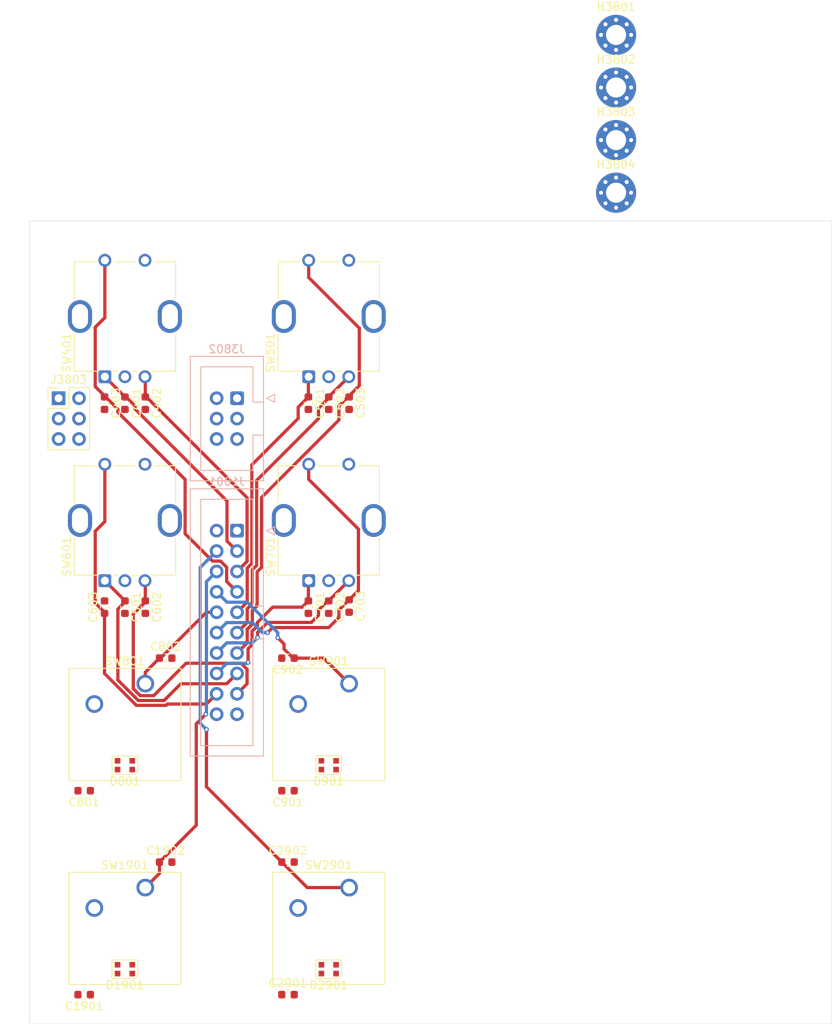
<source format=kicad_pcb>
(kicad_pcb (version 20241229) (generator "pcbnew") (generator_version "9.0")
  (layers (0 "F.Cu" signal) (2 "B.Cu" signal) (13 "F.Paste" user) (15 "B.Paste" user) (5 "F.SilkS" user "F.Silkscreen") (7 "B.SilkS" user "B.Silkscreen") (1 "F.Mask" user) (3 "B.Mask" user) (25 "Edge.Cuts" user))
  (net 0 "")
  (net 1 "GND")
  (net 2 "/encoder4button4/0_GPA0")
  (net 3 "/encoder4button4/0_GPB0")
  (net 4 "/encoder4button4/0_GPA4")
  (net 5 "/encoder4button4/0_GPA1")
  (net 6 "/encoder4button4/0_GPB1")
  (net 7 "/encoder4button4/0_GPA5")
  (net 8 "/encoder4button4/0_GPA2")
  (net 9 "/encoder4button4/0_GPB2")
  (net 10 "/encoder4button4/0_GPA6")
  (net 11 "/encoder4button4/0_GPA3")
  (net 12 "/encoder4button4/0_GPB3")
  (net 13 "/encoder4button4/0_GPA7")
  (net 14 "/encoder4button4/LED_5V")
  (net 15 "/encoder4button4/0_GPB4")
  (net 16 "/encoder4button4/0_GPB5")
  (net 17 "/encoder4button4/0_GPB6")
  (net 18 "/encoder4button4/0_GPB7")
  (net 19 "/encoder4button4/button0/DOUT")
  (net 20 "/encoder4button4/LED_RING_DOUT")
  (net 21 "/encoder4button4/button1/DOUT")
  (net 22 "/encoder4button4/button2/DOUT")
  (net 23 "/encoder4button4/LED_DOUT")
  (net 24 "/encoder4button4/LED_DIN")
  (footprint "Capacitor_SMD:C_0603_1608Metric" (layer "F.Cu") (at 88.9 99.695 -90)
    (property "Reference" "C401" (at 0 -1.43 90) (layer "F.SilkS"))
    (property "Value" "100n")
    (pad "1" smd roundrect (at -0.775 0 270) (size 0.9 0.95) (layers "F.Cu" "F.Mask" "F.Paste") (net 2 "/encoder4button4/0_GPA0"))
    (pad "2" smd roundrect (at 0.775 0 270) (size 0.9 0.95) (layers "F.Cu" "F.Mask" "F.Paste") (net 1 "GND"))
  )
  (footprint "Button_Switch_Keyboard:SW_Cherry_MX_1.00u_PCB" (layer "F.Cu") (at 116.84 134.62)
    (property "Reference" "SW901" (at -2.54 -2.794 0) (layer "F.SilkS"))
    (property "Value" "SW_Push")
    (pad "" np_thru_hole circle (at -7.62 5.08) (size 1.7 1.7) (drill 1.7) (layers "*.Cu" "*.Mask"))
    (pad "" np_thru_hole circle (at -2.54 5.08) (size 4 4) (drill 4) (layers "*.Cu" "*.Mask"))
    (pad "" np_thru_hole circle (at 2.54 5.08) (size 1.7 1.7) (drill 1.7) (layers "*.Cu" "*.Mask"))
    (pad "1" thru_hole circle (at 0 0) (size 2.2 2.2) (drill 1.5) (layers "*.Cu" "*.Mask") (net 16 "/encoder4button4/0_GPB5"))
    (pad "2" thru_hole circle (at -6.35 2.54) (size 2.2 2.2) (drill 1.5) (layers "*.Cu" "*.Mask") (net 1 "GND"))
  )
  (footprint "Capacitor_SMD:C_0603_1608Metric" (layer "F.Cu") (at 109.22 156.845)
    (property "Reference" "C2902" (at 0 -1.43 0) (layer "F.SilkS"))
    (property "Value" "100n")
    (pad "1" smd roundrect (at -0.775 0) (size 0.9 0.95) (layers "F.Cu" "F.Mask" "F.Paste") (net 18 "/encoder4button4/0_GPB7"))
    (pad "2" smd roundrect (at 0.775 0) (size 0.9 0.95) (layers "F.Cu" "F.Mask" "F.Paste") (net 1 "GND"))
  )
  (footprint "Capacitor_SMD:C_0603_1608Metric" (layer "F.Cu") (at 86.36 99.695 -90)
    (property "Reference" "C403" (at 0 -1.43 90) (layer "F.SilkS"))
    (property "Value" "100n")
    (pad "1" smd roundrect (at -0.775 0 270) (size 0.9 0.95) (layers "F.Cu" "F.Mask" "F.Paste") (net 8 "/encoder4button4/0_GPA2"))
    (pad "2" smd roundrect (at 0.775 0 270) (size 0.9 0.95) (layers "F.Cu" "F.Mask" "F.Paste") (net 1 "GND"))
  )
  (footprint "MountingHole:MountingHole_2.5mm_Pad_Via" (layer "F.Cu") (at 150.105 60.38)
    (property "Reference" "H3802" (at 0 -3.5 0) (layer "F.SilkS"))
    (property "Value" "MountingHole_Pad")
    (pad "1" thru_hole circle (at -1.875 0) (size 0.8 0.8) (drill 0.5) (layers "*.Cu" "*.Mask") (net 1 "GND"))
    (pad "1" thru_hole circle (at -1.325825 -1.325825) (size 0.8 0.8) (drill 0.5) (layers "*.Cu" "*.Mask") (net 1 "GND"))
    (pad "1" thru_hole circle (at -1.325825 1.325825) (size 0.8 0.8) (drill 0.5) (layers "*.Cu" "*.Mask") (net 1 "GND"))
    (pad "1" thru_hole circle (at 0 -1.875) (size 0.8 0.8) (drill 0.5) (layers "*.Cu" "*.Mask") (net 1 "GND"))
    (pad "1" thru_hole circle (at 0 0) (size 5 5) (drill 2.5) (layers "*.Cu" "*.Mask") (net 1 "GND"))
    (pad "1" thru_hole circle (at 0 1.875) (size 0.8 0.8) (drill 0.5) (layers "*.Cu" "*.Mask") (net 1 "GND"))
    (pad "1" thru_hole circle (at 1.325825 -1.325825) (size 0.8 0.8) (drill 0.5) (layers "*.Cu" "*.Mask") (net 1 "GND"))
    (pad "1" thru_hole circle (at 1.325825 1.325825) (size 0.8 0.8) (drill 0.5) (layers "*.Cu" "*.Mask") (net 1 "GND"))
    (pad "1" thru_hole circle (at 1.875 0) (size 0.8 0.8) (drill 0.5) (layers "*.Cu" "*.Mask") (net 1 "GND"))
  )
  (footprint "LED_SMD:LED_WS2812B-2020_PLCC4_2.0x2.0mm" (layer "F.Cu") (at 88.9 144.78 180)
    (property "Reference" "D801" (at 0 -2 0) (layer "F.SilkS"))
    (property "Value" "WS2812B-2020")
    (pad "1" smd rect (at -0.915 -0.55 180) (size 0.7 0.7) (layers "F.Cu" "F.Mask" "F.Paste") (net 19 "/encoder4button4/button0/DOUT"))
    (pad "2" smd rect (at -0.915 0.55 180) (size 0.7 0.7) (layers "F.Cu" "F.Mask" "F.Paste") (net 1 "GND"))
    (pad "3" smd rect (at 0.915 0.55 180) (size 0.7 0.7) (layers "F.Cu" "F.Mask" "F.Paste") (net 20 "/encoder4button4/LED_RING_DOUT"))
    (pad "4" smd rect (at 0.915 -0.55 180) (size 0.7 0.7) (layers "F.Cu" "F.Mask" "F.Paste") (net 14 "/encoder4button4/LED_5V"))
  )
  (footprint "Connector_PinHeader_2.54mm:PinHeader_2x03_P2.54mm_Vertical" (layer "F.Cu") (at 80.64 99.075)
    (property "Reference" "J3803" (at 1.27 -2.33 0) (layer "F.SilkS"))
    (property "Value" "Conn_02x03_Odd_Even")
    (pad "1" thru_hole rect (at 0 0) (size 1.7 1.7) (drill 1) (layers "*.Cu" "*.Mask") (net 1 "GND"))
    (pad "2" thru_hole oval (at 2.54 0) (size 1.7 1.7) (drill 1) (layers "*.Cu" "*.Mask") (net 1 "GND"))
    (pad "3" thru_hole oval (at 0 2.54) (size 1.7 1.7) (drill 1) (layers "*.Cu" "*.Mask") (net 24 "/encoder4button4/LED_DIN"))
    (pad "4" thru_hole oval (at 2.54 2.54) (size 1.7 1.7) (drill 1) (layers "*.Cu" "*.Mask") (net 20 "/encoder4button4/LED_RING_DOUT"))
    (pad "5" thru_hole oval (at 0 5.08) (size 1.7 1.7) (drill 1) (layers "*.Cu" "*.Mask") (net 14 "/encoder4button4/LED_5V"))
    (pad "6" thru_hole oval (at 2.54 5.08) (size 1.7 1.7) (drill 1) (layers "*.Cu" "*.Mask") (net 14 "/encoder4button4/LED_5V"))
  )
  (footprint "Rotary_Encoder:RotaryEncoder_Bourns_Vertical_PEC12R-3x17F-Sxxxx" (layer "F.Cu") (at 111.8 121.8 90)
    (property "Reference" "SW701" (at 3 -4.75 90) (layer "F.SilkS"))
    (property "Value" "RotaryEncoder_Switch")
    (pad "A" thru_hole roundrect (at 0 0 90) (size 1.6 1.6) (drill 1) (layers "*.Cu" "*.Mask") (roundrect_rratio 0.15625) (net 6 "/encoder4button4/0_GPB1"))
    (pad "B" thru_hole circle (at 0 5 90) (size 1.6 1.6) (drill 1) (layers "*.Cu" "*.Mask") (net 9 "/encoder4button4/0_GPB2"))
    (pad "C" thru_hole circle (at 0 2.5 90) (size 1.6 1.6) (drill 1) (layers "*.Cu" "*.Mask") (net 1 "GND"))
    (pad "S1" thru_hole circle (at 14.5 0 90) (size 1.6 1.6) (drill 1) (layers "*.Cu" "*.Mask") (net 12 "/encoder4button4/0_GPB3"))
    (pad "S2" thru_hole circle (at 14.5 5 90) (size 1.6 1.6) (drill 1) (layers "*.Cu" "*.Mask") (net 1 "GND"))
    (pad "SH" thru_hole oval (at 7.5 -3.1 90) (size 4.1 3) (drill oval 3.1 2) (layers "*.Cu" "*.Mask"))
    (pad "SH" thru_hole oval (at 7.5 8.1 90) (size 4.1 3) (drill oval 3.1 2) (layers "*.Cu" "*.Mask"))
  )
  (footprint "Button_Switch_Keyboard:SW_Cherry_MX_1.00u_PCB" (layer "F.Cu") (at 91.44 160.02)
    (property "Reference" "SW1901" (at -2.54 -2.794 0) (layer "F.SilkS"))
    (property "Value" "SW_Push")
    (pad "" np_thru_hole circle (at -7.62 5.08) (size 1.7 1.7) (drill 1.7) (layers "*.Cu" "*.Mask"))
    (pad "" np_thru_hole circle (at -2.54 5.08) (size 4 4) (drill 4) (layers "*.Cu" "*.Mask"))
    (pad "" np_thru_hole circle (at 2.54 5.08) (size 1.7 1.7) (drill 1.7) (layers "*.Cu" "*.Mask"))
    (pad "1" thru_hole circle (at 0 0) (size 2.2 2.2) (drill 1.5) (layers "*.Cu" "*.Mask") (net 17 "/encoder4button4/0_GPB6"))
    (pad "2" thru_hole circle (at -6.35 2.54) (size 2.2 2.2) (drill 1.5) (layers "*.Cu" "*.Mask") (net 1 "GND"))
  )
  (footprint "Capacitor_SMD:C_0603_1608Metric" (layer "F.Cu") (at 93.98 156.845)
    (property "Reference" "C1902" (at 0 -1.43 0) (layer "F.SilkS"))
    (property "Value" "100n")
    (pad "1" smd roundrect (at -0.775 0) (size 0.9 0.95) (layers "F.Cu" "F.Mask" "F.Paste") (net 17 "/encoder4button4/0_GPB6"))
    (pad "2" smd roundrect (at 0.775 0) (size 0.9 0.95) (layers "F.Cu" "F.Mask" "F.Paste") (net 1 "GND"))
  )
  (footprint "Capacitor_SMD:C_0603_1608Metric" (layer "F.Cu") (at 114.3 99.695 -90)
    (property "Reference" "C502" (at 0 -1.43 90) (layer "F.SilkS"))
    (property "Value" "100n")
    (pad "1" smd roundrect (at -0.775 0 270) (size 0.9 0.95) (layers "F.Cu" "F.Mask" "F.Paste") (net 4 "/encoder4button4/0_GPA4"))
    (pad "2" smd roundrect (at 0.775 0 270) (size 0.9 0.95) (layers "F.Cu" "F.Mask" "F.Paste") (net 1 "GND"))
  )
  (footprint "MountingHole:MountingHole_2.5mm_Pad_Via" (layer "F.Cu") (at 150.105 66.93)
    (property "Reference" "H3803" (at 0 -3.5 0) (layer "F.SilkS"))
    (property "Value" "MountingHole_Pad")
    (pad "1" thru_hole circle (at -1.875 0) (size 0.8 0.8) (drill 0.5) (layers "*.Cu" "*.Mask") (net 1 "GND"))
    (pad "1" thru_hole circle (at -1.325825 -1.325825) (size 0.8 0.8) (drill 0.5) (layers "*.Cu" "*.Mask") (net 1 "GND"))
    (pad "1" thru_hole circle (at -1.325825 1.325825) (size 0.8 0.8) (drill 0.5) (layers "*.Cu" "*.Mask") (net 1 "GND"))
    (pad "1" thru_hole circle (at 0 -1.875) (size 0.8 0.8) (drill 0.5) (layers "*.Cu" "*.Mask") (net 1 "GND"))
    (pad "1" thru_hole circle (at 0 0) (size 5 5) (drill 2.5) (layers "*.Cu" "*.Mask") (net 1 "GND"))
    (pad "1" thru_hole circle (at 0 1.875) (size 0.8 0.8) (drill 0.5) (layers "*.Cu" "*.Mask") (net 1 "GND"))
    (pad "1" thru_hole circle (at 1.325825 -1.325825) (size 0.8 0.8) (drill 0.5) (layers "*.Cu" "*.Mask") (net 1 "GND"))
    (pad "1" thru_hole circle (at 1.325825 1.325825) (size 0.8 0.8) (drill 0.5) (layers "*.Cu" "*.Mask") (net 1 "GND"))
    (pad "1" thru_hole circle (at 1.875 0) (size 0.8 0.8) (drill 0.5) (layers "*.Cu" "*.Mask") (net 1 "GND"))
  )
  (footprint "Rotary_Encoder:RotaryEncoder_Bourns_Vertical_PEC12R-3x17F-Sxxxx" (layer "F.Cu") (at 86.4 121.8 90)
    (property "Reference" "SW601" (at 3 -4.75 90) (layer "F.SilkS"))
    (property "Value" "RotaryEncoder_Switch")
    (pad "A" thru_hole roundrect (at 0 0 90) (size 1.6 1.6) (drill 1) (layers "*.Cu" "*.Mask") (roundrect_rratio 0.15625) (net 10 "/encoder4button4/0_GPA6"))
    (pad "B" thru_hole circle (at 0 5 90) (size 1.6 1.6) (drill 1) (layers "*.Cu" "*.Mask") (net 13 "/encoder4button4/0_GPA7"))
    (pad "C" thru_hole circle (at 0 2.5 90) (size 1.6 1.6) (drill 1) (layers "*.Cu" "*.Mask") (net 1 "GND"))
    (pad "S1" thru_hole circle (at 14.5 0 90) (size 1.6 1.6) (drill 1) (layers "*.Cu" "*.Mask") (net 3 "/encoder4button4/0_GPB0"))
    (pad "S2" thru_hole circle (at 14.5 5 90) (size 1.6 1.6) (drill 1) (layers "*.Cu" "*.Mask") (net 1 "GND"))
    (pad "SH" thru_hole oval (at 7.5 -3.1 90) (size 4.1 3) (drill oval 3.1 2) (layers "*.Cu" "*.Mask"))
    (pad "SH" thru_hole oval (at 7.5 8.1 90) (size 4.1 3) (drill oval 3.1 2) (layers "*.Cu" "*.Mask"))
  )
  (footprint "Capacitor_SMD:C_0603_1608Metric" (layer "F.Cu") (at 111.76 99.695 -90)
    (property "Reference" "C501" (at 0 -1.43 90) (layer "F.SilkS"))
    (property "Value" "100n")
    (pad "1" smd roundrect (at -0.775 0 270) (size 0.9 0.95) (layers "F.Cu" "F.Mask" "F.Paste") (net 11 "/encoder4button4/0_GPA3"))
    (pad "2" smd roundrect (at 0.775 0 270) (size 0.9 0.95) (layers "F.Cu" "F.Mask" "F.Paste") (net 1 "GND"))
  )
  (footprint "LED_SMD:LED_WS2812B-2020_PLCC4_2.0x2.0mm" (layer "F.Cu") (at 114.3 170.18 180)
    (property "Reference" "D2901" (at 0 -2 0) (layer "F.SilkS"))
    (property "Value" "WS2812B-2020")
    (pad "1" smd rect (at -0.915 -0.55 180) (size 0.7 0.7) (layers "F.Cu" "F.Mask" "F.Paste") (net 23 "/encoder4button4/LED_DOUT"))
    (pad "2" smd rect (at -0.915 0.55 180) (size 0.7 0.7) (layers "F.Cu" "F.Mask" "F.Paste") (net 1 "GND"))
    (pad "3" smd rect (at 0.915 0.55 180) (size 0.7 0.7) (layers "F.Cu" "F.Mask" "F.Paste") (net 22 "/encoder4button4/button2/DOUT"))
    (pad "4" smd rect (at 0.915 -0.55 180) (size 0.7 0.7) (layers "F.Cu" "F.Mask" "F.Paste") (net 14 "/encoder4button4/LED_5V"))
  )
  (footprint "Capacitor_SMD:C_0603_1608Metric" (layer "F.Cu") (at 83.82 173.355 180)
    (property "Reference" "C1901" (at 0 -1.43 0) (layer "F.SilkS"))
    (property "Value" "100n")
    (pad "1" smd roundrect (at -0.775 0 180) (size 0.9 0.95) (layers "F.Cu" "F.Mask" "F.Paste") (net 14 "/encoder4button4/LED_5V"))
    (pad "2" smd roundrect (at 0.775 0 180) (size 0.9 0.95) (layers "F.Cu" "F.Mask" "F.Paste") (net 1 "GND"))
  )
  (footprint "Capacitor_SMD:C_0603_1608Metric" (layer "F.Cu") (at 109.22 131.445 180)
    (property "Reference" "C902" (at 0 -1.43 0) (layer "F.SilkS"))
    (property "Value" "100n")
    (pad "1" smd roundrect (at -0.775 0 180) (size 0.9 0.95) (layers "F.Cu" "F.Mask" "F.Paste") (net 16 "/encoder4button4/0_GPB5"))
    (pad "2" smd roundrect (at 0.775 0 180) (size 0.9 0.95) (layers "F.Cu" "F.Mask" "F.Paste") (net 1 "GND"))
  )
  (footprint "Capacitor_SMD:C_0603_1608Metric" (layer "F.Cu") (at 86.36 125.095 90)
    (property "Reference" "C603" (at 0 -1.43 90) (layer "F.SilkS"))
    (property "Value" "100n")
    (pad "1" smd roundrect (at -0.775 0 90) (size 0.9 0.95) (layers "F.Cu" "F.Mask" "F.Paste") (net 3 "/encoder4button4/0_GPB0"))
    (pad "2" smd roundrect (at 0.775 0 90) (size 0.9 0.95) (layers "F.Cu" "F.Mask" "F.Paste") (net 1 "GND"))
  )
  (footprint "Capacitor_SMD:C_0603_1608Metric" (layer "F.Cu") (at 83.82 147.955 180)
    (property "Reference" "C801" (at 0 -1.43 0) (layer "F.SilkS"))
    (property "Value" "100n")
    (pad "1" smd roundrect (at -0.775 0 180) (size 0.9 0.95) (layers "F.Cu" "F.Mask" "F.Paste") (net 14 "/encoder4button4/LED_5V"))
    (pad "2" smd roundrect (at 0.775 0 180) (size 0.9 0.95) (layers "F.Cu" "F.Mask" "F.Paste") (net 1 "GND"))
  )
  (footprint "Capacitor_SMD:C_0603_1608Metric" (layer "F.Cu") (at 111.76 125.095 -90)
    (property "Reference" "C701" (at 0 -1.43 90) (layer "F.SilkS"))
    (property "Value" "100n")
    (pad "1" smd roundrect (at -0.775 0 270) (size 0.9 0.95) (layers "F.Cu" "F.Mask" "F.Paste") (net 6 "/encoder4button4/0_GPB1"))
    (pad "2" smd roundrect (at 0.775 0 270) (size 0.9 0.95) (layers "F.Cu" "F.Mask" "F.Paste") (net 1 "GND"))
  )
  (footprint "Capacitor_SMD:C_0603_1608Metric" (layer "F.Cu") (at 109.22 147.955 180)
    (property "Reference" "C901" (at 0 -1.43 0) (layer "F.SilkS"))
    (property "Value" "100n")
    (pad "1" smd roundrect (at -0.775 0 180) (size 0.9 0.95) (layers "F.Cu" "F.Mask" "F.Paste") (net 14 "/encoder4button4/LED_5V"))
    (pad "2" smd roundrect (at 0.775 0 180) (size 0.9 0.95) (layers "F.Cu" "F.Mask" "F.Paste") (net 1 "GND"))
  )
  (footprint "Capacitor_SMD:C_0603_1608Metric" (layer "F.Cu") (at 93.98 131.445)
    (property "Reference" "C802" (at 0 -1.43 0) (layer "F.SilkS"))
    (property "Value" "100n")
    (pad "1" smd roundrect (at -0.775 0) (size 0.9 0.95) (layers "F.Cu" "F.Mask" "F.Paste") (net 15 "/encoder4button4/0_GPB4"))
    (pad "2" smd roundrect (at 0.775 0) (size 0.9 0.95) (layers "F.Cu" "F.Mask" "F.Paste") (net 1 "GND"))
  )
  (footprint "Capacitor_SMD:C_0603_1608Metric" (layer "F.Cu") (at 91.44 125.095 -90)
    (property "Reference" "C602" (at 0 -1.43 90) (layer "F.SilkS"))
    (property "Value" "100n")
    (pad "1" smd roundrect (at -0.775 0 270) (size 0.9 0.95) (layers "F.Cu" "F.Mask" "F.Paste") (net 13 "/encoder4button4/0_GPA7"))
    (pad "2" smd roundrect (at 0.775 0 270) (size 0.9 0.95) (layers "F.Cu" "F.Mask" "F.Paste") (net 1 "GND"))
  )
  (footprint "Button_Switch_Keyboard:SW_Cherry_MX_1.00u_PCB" (layer "F.Cu") (at 116.84 160.02)
    (property "Reference" "SW2901" (at -2.54 -2.794 0) (layer "F.SilkS"))
    (property "Value" "SW_Push")
    (pad "" np_thru_hole circle (at -7.62 5.08) (size 1.7 1.7) (drill 1.7) (layers "*.Cu" "*.Mask"))
    (pad "" np_thru_hole circle (at -2.54 5.08) (size 4 4) (drill 4) (layers "*.Cu" "*.Mask"))
    (pad "" np_thru_hole circle (at 2.54 5.08) (size 1.7 1.7) (drill 1.7) (layers "*.Cu" "*.Mask"))
    (pad "1" thru_hole circle (at 0 0) (size 2.2 2.2) (drill 1.5) (layers "*.Cu" "*.Mask") (net 18 "/encoder4button4/0_GPB7"))
    (pad "2" thru_hole circle (at -6.35 2.54) (size 2.2 2.2) (drill 1.5) (layers "*.Cu" "*.Mask") (net 1 "GND"))
  )
  (footprint "Button_Switch_Keyboard:SW_Cherry_MX_1.00u_PCB" (layer "F.Cu") (at 91.44 134.62)
    (property "Reference" "SW801" (at -2.54 -2.794 0) (layer "F.SilkS"))
    (property "Value" "SW_Push")
    (pad "" np_thru_hole circle (at -7.62 5.08) (size 1.7 1.7) (drill 1.7) (layers "*.Cu" "*.Mask"))
    (pad "" np_thru_hole circle (at -2.54 5.08) (size 4 4) (drill 4) (layers "*.Cu" "*.Mask"))
    (pad "" np_thru_hole circle (at 2.54 5.08) (size 1.7 1.7) (drill 1.7) (layers "*.Cu" "*.Mask"))
    (pad "1" thru_hole circle (at 0 0) (size 2.2 2.2) (drill 1.5) (layers "*.Cu" "*.Mask") (net 15 "/encoder4button4/0_GPB4"))
    (pad "2" thru_hole circle (at -6.35 2.54) (size 2.2 2.2) (drill 1.5) (layers "*.Cu" "*.Mask") (net 1 "GND"))
  )
  (footprint "Rotary_Encoder:RotaryEncoder_Bourns_Vertical_PEC12R-3x17F-Sxxxx" (layer "F.Cu") (at 111.8 96.4 90)
    (property "Reference" "SW501" (at 3 -4.75 90) (layer "F.SilkS"))
    (property "Value" "RotaryEncoder_Switch")
    (pad "A" thru_hole roundrect (at 0 0 90) (size 1.6 1.6) (drill 1) (layers "*.Cu" "*.Mask") (roundrect_rratio 0.15625) (net 11 "/encoder4button4/0_GPA3"))
    (pad "B" thru_hole circle (at 0 5 90) (size 1.6 1.6) (drill 1) (layers "*.Cu" "*.Mask") (net 4 "/encoder4button4/0_GPA4"))
    (pad "C" thru_hole circle (at 0 2.5 90) (size 1.6 1.6) (drill 1) (layers "*.Cu" "*.Mask") (net 1 "GND"))
    (pad "S1" thru_hole circle (at 14.5 0 90) (size 1.6 1.6) (drill 1) (layers "*.Cu" "*.Mask") (net 7 "/encoder4button4/0_GPA5"))
    (pad "S2" thru_hole circle (at 14.5 5 90) (size 1.6 1.6) (drill 1) (layers "*.Cu" "*.Mask") (net 1 "GND"))
    (pad "SH" thru_hole oval (at 7.5 -3.1 90) (size 4.1 3) (drill oval 3.1 2) (layers "*.Cu" "*.Mask"))
    (pad "SH" thru_hole oval (at 7.5 8.1 90) (size 4.1 3) (drill oval 3.1 2) (layers "*.Cu" "*.Mask"))
  )
  (footprint "LED_SMD:LED_WS2812B-2020_PLCC4_2.0x2.0mm" (layer "F.Cu") (at 114.3 144.78 180)
    (property "Reference" "D901" (at 0 -2 0) (layer "F.SilkS"))
    (property "Value" "WS2812B-2020")
    (pad "1" smd rect (at -0.915 -0.55 180) (size 0.7 0.7) (layers "F.Cu" "F.Mask" "F.Paste") (net 21 "/encoder4button4/button1/DOUT"))
    (pad "2" smd rect (at -0.915 0.55 180) (size 0.7 0.7) (layers "F.Cu" "F.Mask" "F.Paste") (net 1 "GND"))
    (pad "3" smd rect (at 0.915 0.55 180) (size 0.7 0.7) (layers "F.Cu" "F.Mask" "F.Paste") (net 19 "/encoder4button4/button0/DOUT"))
    (pad "4" smd rect (at 0.915 -0.55 180) (size 0.7 0.7) (layers "F.Cu" "F.Mask" "F.Paste") (net 14 "/encoder4button4/LED_5V"))
  )
  (footprint "Capacitor_SMD:C_0603_1608Metric" (layer "F.Cu") (at 116.84 99.695 -90)
    (property "Reference" "C503" (at 0 -1.43 90) (layer "F.SilkS"))
    (property "Value" "100n")
    (pad "1" smd roundrect (at -0.775 0 270) (size 0.9 0.95) (layers "F.Cu" "F.Mask" "F.Paste") (net 7 "/encoder4button4/0_GPA5"))
    (pad "2" smd roundrect (at 0.775 0 270) (size 0.9 0.95) (layers "F.Cu" "F.Mask" "F.Paste") (net 1 "GND"))
  )
  (footprint "Capacitor_SMD:C_0603_1608Metric" (layer "F.Cu") (at 91.44 99.695 -90)
    (property "Reference" "C402" (at 0 -1.43 90) (layer "F.SilkS"))
    (property "Value" "100n")
    (pad "1" smd roundrect (at -0.775 0 270) (size 0.9 0.95) (layers "F.Cu" "F.Mask" "F.Paste") (net 5 "/encoder4button4/0_GPA1"))
    (pad "2" smd roundrect (at 0.775 0 270) (size 0.9 0.95) (layers "F.Cu" "F.Mask" "F.Paste") (net 1 "GND"))
  )
  (footprint "Capacitor_SMD:C_0603_1608Metric" (layer "F.Cu") (at 114.3 125.095 -90)
    (property "Reference" "C702" (at 0 -1.43 90) (layer "F.SilkS"))
    (property "Value" "100n")
    (pad "1" smd roundrect (at -0.775 0 270) (size 0.9 0.95) (layers "F.Cu" "F.Mask" "F.Paste") (net 9 "/encoder4button4/0_GPB2"))
    (pad "2" smd roundrect (at 0.775 0 270) (size 0.9 0.95) (layers "F.Cu" "F.Mask" "F.Paste") (net 1 "GND"))
  )
  (footprint "Capacitor_SMD:C_0603_1608Metric" (layer "F.Cu") (at 116.84 124.955 -90)
    (property "Reference" "C703" (at 0 -1.43 90) (layer "F.SilkS"))
    (property "Value" "100n")
    (pad "1" smd roundrect (at -0.775 0 270) (size 0.9 0.95) (layers "F.Cu" "F.Mask" "F.Paste") (net 12 "/encoder4button4/0_GPB3"))
    (pad "2" smd roundrect (at 0.775 0 270) (size 0.9 0.95) (layers "F.Cu" "F.Mask" "F.Paste") (net 1 "GND"))
  )
  (footprint "Capacitor_SMD:C_0603_1608Metric" (layer "F.Cu") (at 88.9 125.095 -90)
    (property "Reference" "C601" (at 0 -1.43 90) (layer "F.SilkS"))
    (property "Value" "100n")
    (pad "1" smd roundrect (at -0.775 0 270) (size 0.9 0.95) (layers "F.Cu" "F.Mask" "F.Paste") (net 10 "/encoder4button4/0_GPA6"))
    (pad "2" smd roundrect (at 0.775 0 270) (size 0.9 0.95) (layers "F.Cu" "F.Mask" "F.Paste") (net 1 "GND"))
  )
  (footprint "LED_SMD:LED_WS2812B-2020_PLCC4_2.0x2.0mm" (layer "F.Cu") (at 88.9 170.18 180)
    (property "Reference" "D1901" (at 0 -2 0) (layer "F.SilkS"))
    (property "Value" "WS2812B-2020")
    (pad "1" smd rect (at -0.915 -0.55 180) (size 0.7 0.7) (layers "F.Cu" "F.Mask" "F.Paste") (net 22 "/encoder4button4/button2/DOUT"))
    (pad "2" smd rect (at -0.915 0.55 180) (size 0.7 0.7) (layers "F.Cu" "F.Mask" "F.Paste") (net 1 "GND"))
    (pad "3" smd rect (at 0.915 0.55 180) (size 0.7 0.7) (layers "F.Cu" "F.Mask" "F.Paste") (net 21 "/encoder4button4/button1/DOUT"))
    (pad "4" smd rect (at 0.915 -0.55 180) (size 0.7 0.7) (layers "F.Cu" "F.Mask" "F.Paste") (net 14 "/encoder4button4/LED_5V"))
  )
  (footprint "MountingHole:MountingHole_2.5mm_Pad_Via" (layer "F.Cu") (at 150.105 53.83)
    (property "Reference" "H3801" (at 0 -3.5 0) (layer "F.SilkS"))
    (property "Value" "MountingHole_Pad")
    (pad "1" thru_hole circle (at -1.875 0) (size 0.8 0.8) (drill 0.5) (layers "*.Cu" "*.Mask") (net 1 "GND"))
    (pad "1" thru_hole circle (at -1.325825 -1.325825) (size 0.8 0.8) (drill 0.5) (layers "*.Cu" "*.Mask") (net 1 "GND"))
    (pad "1" thru_hole circle (at -1.325825 1.325825) (size 0.8 0.8) (drill 0.5) (layers "*.Cu" "*.Mask") (net 1 "GND"))
    (pad "1" thru_hole circle (at 0 -1.875) (size 0.8 0.8) (drill 0.5) (layers "*.Cu" "*.Mask") (net 1 "GND"))
    (pad "1" thru_hole circle (at 0 0) (size 5 5) (drill 2.5) (layers "*.Cu" "*.Mask") (net 1 "GND"))
    (pad "1" thru_hole circle (at 0 1.875) (size 0.8 0.8) (drill 0.5) (layers "*.Cu" "*.Mask") (net 1 "GND"))
    (pad "1" thru_hole circle (at 1.325825 -1.325825) (size 0.8 0.8) (drill 0.5) (layers "*.Cu" "*.Mask") (net 1 "GND"))
    (pad "1" thru_hole circle (at 1.325825 1.325825) (size 0.8 0.8) (drill 0.5) (layers "*.Cu" "*.Mask") (net 1 "GND"))
    (pad "1" thru_hole circle (at 1.875 0) (size 0.8 0.8) (drill 0.5) (layers "*.Cu" "*.Mask") (net 1 "GND"))
  )
  (footprint "MountingHole:MountingHole_2.5mm_Pad_Via" (layer "F.Cu") (at 150.105 73.48)
    (property "Reference" "H3804" (at 0 -3.5 0) (layer "F.SilkS"))
    (property "Value" "MountingHole_Pad")
    (pad "1" thru_hole circle (at -1.875 0) (size 0.8 0.8) (drill 0.5) (layers "*.Cu" "*.Mask") (net 1 "GND"))
    (pad "1" thru_hole circle (at -1.325825 -1.325825) (size 0.8 0.8) (drill 0.5) (layers "*.Cu" "*.Mask") (net 1 "GND"))
    (pad "1" thru_hole circle (at -1.325825 1.325825) (size 0.8 0.8) (drill 0.5) (layers "*.Cu" "*.Mask") (net 1 "GND"))
    (pad "1" thru_hole circle (at 0 -1.875) (size 0.8 0.8) (drill 0.5) (layers "*.Cu" "*.Mask") (net 1 "GND"))
    (pad "1" thru_hole circle (at 0 0) (size 5 5) (drill 2.5) (layers "*.Cu" "*.Mask") (net 1 "GND"))
    (pad "1" thru_hole circle (at 0 1.875) (size 0.8 0.8) (drill 0.5) (layers "*.Cu" "*.Mask") (net 1 "GND"))
    (pad "1" thru_hole circle (at 1.325825 -1.325825) (size 0.8 0.8) (drill 0.5) (layers "*.Cu" "*.Mask") (net 1 "GND"))
    (pad "1" thru_hole circle (at 1.325825 1.325825) (size 0.8 0.8) (drill 0.5) (layers "*.Cu" "*.Mask") (net 1 "GND"))
    (pad "1" thru_hole circle (at 1.875 0) (size 0.8 0.8) (drill 0.5) (layers "*.Cu" "*.Mask") (net 1 "GND"))
  )
  (footprint "Rotary_Encoder:RotaryEncoder_Bourns_Vertical_PEC12R-3x17F-Sxxxx" (layer "F.Cu") (at 86.4 96.4 90)
    (property "Reference" "SW401" (at 3 -4.75 90) (layer "F.SilkS"))
    (property "Value" "RotaryEncoder_Switch")
    (pad "A" thru_hole roundrect (at 0 0 90) (size 1.6 1.6) (drill 1) (layers "*.Cu" "*.Mask") (roundrect_rratio 0.15625) (net 2 "/encoder4button4/0_GPA0"))
    (pad "B" thru_hole circle (at 0 5 90) (size 1.6 1.6) (drill 1) (layers "*.Cu" "*.Mask") (net 5 "/encoder4button4/0_GPA1"))
    (pad "C" thru_hole circle (at 0 2.5 90) (size 1.6 1.6) (drill 1) (layers "*.Cu" "*.Mask") (net 1 "GND"))
    (pad "S1" thru_hole circle (at 14.5 0 90) (size 1.6 1.6) (drill 1) (layers "*.Cu" "*.Mask") (net 8 "/encoder4button4/0_GPA2"))
    (pad "S2" thru_hole circle (at 14.5 5 90) (size 1.6 1.6) (drill 1) (layers "*.Cu" "*.Mask") (net 1 "GND"))
    (pad "SH" thru_hole oval (at 7.5 -3.1 90) (size 4.1 3) (drill oval 3.1 2) (layers "*.Cu" "*.Mask"))
    (pad "SH" thru_hole oval (at 7.5 8.1 90) (size 4.1 3) (drill oval 3.1 2) (layers "*.Cu" "*.Mask"))
  )
  (footprint "Capacitor_SMD:C_0603_1608Metric" (layer "F.Cu") (at 109.22 173.355)
    (property "Reference" "C2901" (at 0 -1.43 0) (layer "F.SilkS"))
    (property "Value" "100n")
    (pad "1" smd roundrect (at -0.775 0) (size 0.9 0.95) (layers "F.Cu" "F.Mask" "F.Paste") (net 14 "/encoder4button4/LED_5V"))
    (pad "2" smd roundrect (at 0.775 0) (size 0.9 0.95) (layers "F.Cu" "F.Mask" "F.Paste") (net 1 "GND"))
  )
  (footprint "Connector_IDC:IDC-Header_2x03_P2.54mm_Vertical" (layer "B.Cu") (at 102.875 99.075 180)
    (property "Reference" "J3802" (at 1.27 6.1 0) (layer "B.SilkS") (effects (justify mirror)))
    (property "Value" "Conn_02x03_Odd_Even")
    (pad "1" thru_hole roundrect (at 0 0 180) (size 1.7 1.7) (drill 1) (layers "*.Cu" "*.Mask") (roundrect_rratio 0.147059) (net 1 "GND"))
    (pad "2" thru_hole circle (at 2.54 0 180) (size 1.7 1.7) (drill 1) (layers "*.Cu" "*.Mask") (net 1 "GND"))
    (pad "3" thru_hole circle (at 0 -2.54 180) (size 1.7 1.7) (drill 1) (layers "*.Cu" "*.Mask") (net 24 "/encoder4button4/LED_DIN"))
    (pad "4" thru_hole circle (at 2.54 -2.54 180) (size 1.7 1.7) (drill 1) (layers "*.Cu" "*.Mask") (net 23 "/encoder4button4/LED_DOUT"))
    (pad "5" thru_hole circle (at 0 -5.08 180) (size 1.7 1.7) (drill 1) (layers "*.Cu" "*.Mask") (net 14 "/encoder4button4/LED_5V"))
    (pad "6" thru_hole circle (at 2.54 -5.08 180) (size 1.7 1.7) (drill 1) (layers "*.Cu" "*.Mask") (net 14 "/encoder4button4/LED_5V"))
  )
  (footprint "Connector_IDC:IDC-Header_2x10_P2.54mm_Vertical" (layer "B.Cu") (at 102.87 115.57 180)
    (property "Reference" "J1001" (at 1.27 6.1 0) (layer "B.SilkS") (effects (justify mirror)))
    (property "Value" "Conn_02x10_Odd_Even")
    (pad "1" thru_hole roundrect (at 0 0 180) (size 1.7 1.7) (drill 1) (layers "*.Cu" "*.Mask") (roundrect_rratio 0.147059) (net 1 "GND"))
    (pad "2" thru_hole circle (at 2.54 0 180) (size 1.7 1.7) (drill 1) (layers "*.Cu" "*.Mask") (net 1 "GND"))
    (pad "3" thru_hole circle (at 0 -2.54 180) (size 1.7 1.7) (drill 1) (layers "*.Cu" "*.Mask") (net 2 "/encoder4button4/0_GPA0"))
    (pad "4" thru_hole circle (at 2.54 -2.54 180) (size 1.7 1.7) (drill 1) (layers "*.Cu" "*.Mask") (net 18 "/encoder4button4/0_GPB7"))
    (pad "5" thru_hole circle (at 0 -5.08 180) (size 1.7 1.7) (drill 1) (layers "*.Cu" "*.Mask") (net 5 "/encoder4button4/0_GPA1"))
    (pad "6" thru_hole circle (at 2.54 -5.08 180) (size 1.7 1.7) (drill 1) (layers "*.Cu" "*.Mask") (net 17 "/encoder4button4/0_GPB6"))
    (pad "7" thru_hole circle (at 0 -7.62 180) (size 1.7 1.7) (drill 1) (layers "*.Cu" "*.Mask") (net 8 "/encoder4button4/0_GPA2"))
    (pad "8" thru_hole circle (at 2.54 -7.62 180) (size 1.7 1.7) (drill 1) (layers "*.Cu" "*.Mask") (net 16 "/encoder4button4/0_GPB5"))
    (pad "9" thru_hole circle (at 0 -10.16 180) (size 1.7 1.7) (drill 1) (layers "*.Cu" "*.Mask") (net 11 "/encoder4button4/0_GPA3"))
    (pad "10" thru_hole circle (at 2.54 -10.16 180) (size 1.7 1.7) (drill 1) (layers "*.Cu" "*.Mask") (net 15 "/encoder4button4/0_GPB4"))
    (pad "11" thru_hole circle (at 0 -12.7 180) (size 1.7 1.7) (drill 1) (layers "*.Cu" "*.Mask") (net 4 "/encoder4button4/0_GPA4"))
    (pad "12" thru_hole circle (at 2.54 -12.7 180) (size 1.7 1.7) (drill 1) (layers "*.Cu" "*.Mask") (net 12 "/encoder4button4/0_GPB3"))
    (pad "13" thru_hole circle (at 0 -15.24 180) (size 1.7 1.7) (drill 1) (layers "*.Cu" "*.Mask") (net 7 "/encoder4button4/0_GPA5"))
    (pad "14" thru_hole circle (at 2.54 -15.24 180) (size 1.7 1.7) (drill 1) (layers "*.Cu" "*.Mask") (net 9 "/encoder4button4/0_GPB2"))
    (pad "15" thru_hole circle (at 0 -17.78 180) (size 1.7 1.7) (drill 1) (layers "*.Cu" "*.Mask") (net 10 "/encoder4button4/0_GPA6"))
    (pad "16" thru_hole circle (at 2.54 -17.78 180) (size 1.7 1.7) (drill 1) (layers "*.Cu" "*.Mask") (net 6 "/encoder4button4/0_GPB1"))
    (pad "17" thru_hole circle (at 0 -20.32 180) (size 1.7 1.7) (drill 1) (layers "*.Cu" "*.Mask") (net 13 "/encoder4button4/0_GPA7"))
    (pad "18" thru_hole circle (at 2.54 -20.32 180) (size 1.7 1.7) (drill 1) (layers "*.Cu" "*.Mask") (net 3 "/encoder4button4/0_GPB0"))
    (pad "19" thru_hole circle (at 0 -22.86 180) (size 1.7 1.7) (drill 1) (layers "*.Cu" "*.Mask") (net 1 "GND"))
    (pad "20" thru_hole circle (at 2.54 -22.86 180) (size 1.7 1.7) (drill 1) (layers "*.Cu" "*.Mask") (net 1 "GND"))
  )
  (gr_rect (start 77 77) (end 177 177) (stroke (width 0.05)) (fill no) (layer "Edge.Cuts"))
  (segment (start 101.619 111.875532) (end 90.17 100.426532) (width 0.4) (layer "F.Cu") (net 2))
  (segment (start 90.17 100.426532) (end 90.17 100.05) (width 0.4) (layer "F.Cu") (net 2))
  (segment (start 101.619 116.859) (end 101.619 111.875532) (width 0.4) (layer "F.Cu") (net 2))
  (segment (start 90.17 100.05) (end 88.9 98.78) (width 0.4) (layer "F.Cu") (net 2))
  (segment (start 88.78 98.78) (end 86.4 96.4) (width 0.4) (layer "F.Cu") (net 2))
  (segment (start 102.87 118.11) (end 101.619 116.859) (width 0.4) (layer "F.Cu") (net 2))
  (segment (start 88.9 98.78) (end 88.78 98.78) (width 0.4) (layer "F.Cu") (net 2))
  (segment (start 99.06 137.16) (end 94.194942 137.16) (width 0.4) (layer "F.Cu") (net 3))
  (segment (start 94.031942 137.323) (end 90.320381 137.323) (width 0.4) (layer "F.Cu") (net 3))
  (segment (start 85.199 124.569) (end 85.199 115.63942) (width 0.4) (layer "F.Cu") (net 3))
  (segment (start 86.36 133.362619) (end 86.36 125.73) (width 0.4) (layer "F.Cu") (net 3))
  (segment (start 86.36 125.73) (end 85.199 124.569) (width 0.4) (layer "F.Cu") (net 3))
  (segment (start 100.33 135.89) (end 99.06 137.16) (width 0.4) (layer "F.Cu") (net 3))
  (segment (start 90.320381 137.323) (end 86.36 133.362619) (width 0.4) (layer "F.Cu") (net 3))
  (segment (start 86.4 114.43842) (end 86.4 107.3) (width 0.4) (layer "F.Cu") (net 3))
  (segment (start 94.194942 137.16) (end 94.031942 137.323) (width 0.4) (layer "F.Cu") (net 3))
  (segment (start 85.199 115.63942) (end 86.4 114.43842) (width 0.4) (layer "F.Cu") (net 3))
  (segment (start 104.775 124.46) (end 104.775 120.444884) (width 0.4) (layer "F.Cu") (net 4))
  (segment (start 113.03 100.33) (end 114.3 99.06) (width 0.4) (layer "F.Cu") (net 4))
  (segment (start 102.87 128.27) (end 104.14 127) (width 0.4) (layer "F.Cu") (net 4))
  (segment (start 104.775 120.444884) (end 105.323 119.896884) (width 0.4) (layer "F.Cu") (net 4))
  (segment (start 104.741 124.708942) (end 104.741 124.494) (width 0.4) (layer "F.Cu") (net 4))
  (segment (start 114.3 98.9) (end 116.8 96.4) (width 0.4) (layer "F.Cu") (net 4))
  (segment (start 105.323 109.307) (end 113.03 101.6) (width 0.4) (layer "F.Cu") (net 4))
  (segment (start 113.03 101.6) (end 113.03 100.33) (width 0.4) (layer "F.Cu") (net 4))
  (segment (start 104.14 125.309942) (end 104.741 124.708942) (width 0.4) (layer "F.Cu") (net 4))
  (segment (start 105.323 119.896884) (end 105.323 109.307) (width 0.4) (layer "F.Cu") (net 4))
  (segment (start 104.14 127) (end 104.14 125.309942) (width 0.4) (layer "F.Cu") (net 4))
  (segment (start 104.741 124.494) (end 104.775 124.46) (width 0.4) (layer "F.Cu") (net 4))
  (segment (start 114.3 99.06) (end 114.3 98.9) (width 0.4) (layer "F.Cu") (net 4))
  (segment (start 91.44 96.44) (end 91.4 96.4) (width 0.4) (layer "F.Cu") (net 5))
  (segment (start 91.44 98.78) (end 91.44 96.44) (width 0.4) (layer "F.Cu") (net 5))
  (segment (start 104.121 111.461) (end 91.44 98.78) (width 0.4) (layer "F.Cu") (net 5))
  (segment (start 104.121 119.399) (end 104.121 111.461) (width 0.4) (layer "F.Cu") (net 5))
  (segment (start 102.87 120.65) (end 104.121 119.399) (width 0.4) (layer "F.Cu") (net 5))
  (segment (start 105.41 127) (end 107.315 125.095) (width 0.4) (layer "F.Cu") (net 6))
  (segment (start 104.74 129.164364) (end 104.74 128.583636) (width 0.4) (layer "F.Cu") (net 6))
  (segment (start 107.315 125.095) (end 110.985 125.095) (width 0.4) (layer "F.Cu") (net 6))
  (segment (start 111.76 124.32) (end 111.76 121.84) (width 0.4) (layer "F.Cu") (net 6))
  (segment (start 104.741 129.788942) (end 104.741 129.165364) (width 0.4) (layer "F.Cu") (net 6))
  (segment (start 104.741 129.165364) (end 104.74 129.164364) (width 0.4) (layer "F.Cu") (net 6))
  (segment (start 104.741 128.582636) (end 104.741 128.098884) (width 0.4) (layer "F.Cu") (net 6))
  (segment (start 104.249566 130.280376) (end 104.741 129.788942) (width 0.4) (layer "F.Cu") (net 6))
  (segment (start 104.74 128.583636) (end 104.741 128.582636) (width 0.4) (layer "F.Cu") (net 6))
  (segment (start 111.76 121.84) (end 111.8 121.8) (width 0.4) (layer "F.Cu") (net 6))
  (segment (start 104.741 128.098884) (end 105.41 127.429884) (width 0.4) (layer "F.Cu") (net 6))
  (segment (start 104.249566 131.970434) (end 104.249566 130.280376) (width 0.4) (layer "F.Cu") (net 6))
  (segment (start 110.985 125.095) (end 111.76 124.32) (width 0.4) (layer "F.Cu") (net 6))
  (segment (start 105.41 127.429884) (end 105.41 127) (width 0.4) (layer "F.Cu") (net 6))
  (via (at 104.249566 131.970434) (size 0.6) (drill 0.3) (layers "F.Cu" "B.Cu") (net 6))
  (segment (start 100.33 133.35) (end 101.581 132.099) (width 0.4) (layer "B.Cu") (net 6))
  (segment (start 101.581 132.099) (end 104.121 132.099) (width 0.4) (layer "B.Cu") (net 6))
  (segment (start 104.121 132.099) (end 104.249566 131.970434) (width 0.4) (layer "B.Cu") (net 6))
  (segment (start 105.376 120.693826) (end 105.924 120.145826) (width 0.4) (layer "F.Cu") (net 7))
  (segment (start 102.87 130.81) (end 104.14 129.54) (width 0.4) (layer "F.Cu") (net 7))
  (segment (start 105.342 124.957884) (end 105.342 124.742942) (width 0.4) (layer "F.Cu") (net 7))
  (segment (start 104.14 129.54) (end 104.14 127.849942) (width 0.4) (layer "F.Cu") (net 7))
  (segment (start 105.924 111.434266) (end 115.57 101.788266) (width 0.4) (layer "F.Cu") (net 7))
  (segment (start 104.775 125.524884) (end 105.342 124.957884) (width 0.4) (layer "F.Cu") (net 7))
  (segment (start 115.57 101.788266) (end 115.57 100.05) (width 0.4) (layer "F.Cu") (net 7))
  (segment (start 104.14 127.849942) (end 104.775 127.214942) (width 0.4) (layer "F.Cu") (net 7))
  (segment (start 118.11 90.34842) (end 111.8 84.03842) (width 0.4) (layer "F.Cu") (net 7))
  (segment (start 105.376 124.708942) (end 105.376 120.693826) (width 0.4) (layer "F.Cu") (net 7))
  (segment (start 115.57 100.05) (end 118.11 97.51) (width 0.4) (layer "F.Cu") (net 7))
  (segment (start 111.8 84.03842) (end 111.8 81.9) (width 0.4) (layer "F.Cu") (net 7))
  (segment (start 118.11 97.51) (end 118.11 90.34842) (width 0.4) (layer "F.Cu") (net 7))
  (segment (start 105.342 124.742942) (end 105.376 124.708942) (width 0.4) (layer "F.Cu") (net 7))
  (segment (start 104.775 127.214942) (end 104.775 125.524884) (width 0.4) (layer "F.Cu") (net 7))
  (segment (start 105.924 120.145826) (end 105.924 111.434266) (width 0.4) (layer "F.Cu") (net 7))
  (segment (start 88.024 100.444) (end 86.36 98.78) (width 0.4) (layer "F.Cu") (net 8))
  (segment (start 96.401 115.950182) (end 96.401 109.197532) (width 0.4) (layer "F.Cu") (net 8))
  (segment (start 99.811818 119.361) (end 96.401 115.950182) (width 0.4) (layer "F.Cu") (net 8))
  (segment (start 88.024 100.820532) (end 88.024 100.444) (width 0.4) (layer "F.Cu") (net 8))
  (segment (start 101.581 120.131818) (end 100.810182 119.361) (width 0.4) (layer "F.Cu") (net 8))
  (segment (start 85.199 90.23942) (end 86.4 89.03842) (width 0.4) (layer "F.Cu") (net 8))
  (segment (start 101.581 121.901) (end 101.581 120.131818) (width 0.4) (layer "F.Cu") (net 8))
  (segment (start 96.401 109.197532) (end 88.024 100.820532) (width 0.4) (layer "F.Cu") (net 8))
  (segment (start 85.199 97.619) (end 85.199 90.23942) (width 0.4) (layer "F.Cu") (net 8))
  (segment (start 86.4 89.03842) (end 86.4 81.9) (width 0.4) (layer "F.Cu") (net 8))
  (segment (start 86.36 98.78) (end 85.199 97.619) (width 0.4) (layer "F.Cu") (net 8))
  (segment (start 102.87 123.19) (end 101.581 121.901) (width 0.4) (layer "F.Cu") (net 8))
  (segment (start 100.810182 119.361) (end 99.811818 119.361) (width 0.4) (layer "F.Cu") (net 8))
  (segment (start 106.011 127.678826) (end 106.011 127.669) (width 0.4) (layer "F.Cu") (net 9))
  (segment (start 105.441 128.874) (end 105.441 128.248826) (width 0.4) (layer "F.Cu") (net 9))
  (segment (start 113.03 126.106532) (end 113.03 125.45) (width 0.4) (layer "F.Cu") (net 9))
  (segment (start 106.68 127) (end 112.136532 127) (width 0.4) (layer "F.Cu") (net 9))
  (segment (start 114.42 124.18) (end 116.8 121.8) (width 0.4) (layer "F.Cu") (net 9))
  (segment (start 112.136532 127) (end 113.03 126.106532) (width 0.4) (layer "F.Cu") (net 9))
  (segment (start 106.011 127.669) (end 106.68 127) (width 0.4) (layer "F.Cu") (net 9))
  (segment (start 105.441 128.248826) (end 106.011 127.678826) (width 0.4) (layer "F.Cu") (net 9))
  (segment (start 114.3 124.18) (end 114.42 124.18) (width 0.4) (layer "F.Cu") (net 9))
  (segment (start 113.03 125.45) (end 114.3 124.18) (width 0.4) (layer "F.Cu") (net 9))
  (via (at 105.441 128.874) (size 0.6) (drill 0.3) (layers "F.Cu" "B.Cu") (net 9))
  (segment (start 105.441 128.874) (end 104.775 129.54) (width 0.4) (layer "B.Cu") (net 9))
  (segment (start 104.775 129.54) (end 101.6 129.54) (width 0.4) (layer "B.Cu") (net 9))
  (segment (start 101.6 129.54) (end 100.33 130.81) (width 0.4) (layer "B.Cu") (net 9))
  (segment (start 99.811818 134.639) (end 95.866 134.639) (width 0.4) (layer "F.Cu") (net 10))
  (segment (start 88.024 134.176677) (end 88.024 125.336) (width 0.4) (layer "F.Cu") (net 10))
  (segment (start 93.946 136.559) (end 93.783 136.722) (width 0.4) (layer "F.Cu") (net 10))
  (segment (start 89.338 135.490677) (end 88.024 134.176677) (width 0.4) (layer "F.Cu") (net 10))
  (segment (start 88.9 124.46) (end 88.9 124.3) (width 0.4) (layer "F.Cu") (net 10))
  (segment (start 101.581 134.639) (end 100.848182 134.639) (width 0.4) (layer "F.Cu") (net 10))
  (segment (start 95.866 134.639) (end 93.946 136.559) (width 0.4) (layer "F.Cu") (net 10))
  (segment (start 100.848182 134.639) (end 99.811818 134.639) (width 0.4) (layer "F.Cu") (net 10))
  (segment (start 90.569323 136.722) (end 89.338 135.490677) (width 0.4) (layer "F.Cu") (net 10))
  (segment (start 102.87 133.35) (end 101.581 134.639) (width 0.4) (layer "F.Cu") (net 10))
  (segment (start 93.783 136.722) (end 90.569323 136.722) (width 0.4) (layer "F.Cu") (net 10))
  (segment (start 88.9 124.3) (end 86.4 121.8) (width 0.4) (layer "F.Cu") (net 10))
  (segment (start 88.024 125.336) (end 88.9 124.46) (width 0.4) (layer "F.Cu") (net 10))
  (segment (start 104.14 124.46) (end 104.14 120.229942) (width 0.4) (layer "F.Cu") (net 11))
  (segment (start 110.49 100.19) (end 111.76 98.92) (width 0.4) (layer "F.Cu") (net 11))
  (segment (start 104.14 120.229942) (end 104.722 119.647942) (width 0.4) (layer "F.Cu") (net 11))
  (segment (start 104.722 119.647942) (end 104.722 107.368) (width 0.4) (layer "F.Cu") (net 11))
  (segment (start 111.76 96.44) (end 111.8 96.4) (width 0.4) (layer "F.Cu") (net 11))
  (segment (start 102.87 125.73) (end 104.14 124.46) (width 0.4) (layer "F.Cu") (net 11))
  (segment (start 104.722 107.368) (end 110.49 101.6) (width 0.4) (layer "F.Cu") (net 11))
  (segment (start 111.76 98.92) (end 111.76 96.44) (width 0.4) (layer "F.Cu") (net 11))
  (segment (start 110.49 101.6) (end 110.49 100.19) (width 0.4) (layer "F.Cu") (net 11))
  (segment (start 116.84 124.18) (end 118.001 123.019) (width 0.4) (layer "F.Cu") (net 12))
  (segment (start 114.3 127.635) (end 115.57 126.365) (width 0.4) (layer "F.Cu") (net 12))
  (segment (start 115.57 125.45) (end 116.84 124.18) (width 0.4) (layer "F.Cu") (net 12))
  (segment (start 106.68 128.27) (end 107.315 127.635) (width 0.4) (layer "F.Cu") (net 12))
  (segment (start 115.57 126.365) (end 115.57 125.45) (width 0.4) (layer "F.Cu") (net 12))
  (segment (start 111.8 109.18) (end 111.8 107.3) (width 0.4) (layer "F.Cu") (net 12))
  (segment (start 118.001 115.381) (end 111.8 109.18) (width 0.4) (layer "F.Cu") (net 12))
  (segment (start 118.001 123.019) (end 118.001 115.381) (width 0.4) (layer "F.Cu") (net 12))
  (segment (start 107.315 127.635) (end 114.3 127.635) (width 0.4) (layer "F.Cu") (net 12))
  (via (at 106.68 128.27) (size 0.6) (drill 0.3) (layers "F.Cu" "B.Cu") (net 12))
  (segment (start 106.68 128.27) (end 106.045 128.27) (width 0.4) (layer "B.Cu") (net 12))
  (segment (start 101.581 127.019) (end 100.33 128.27) (width 0.4) (layer "B.Cu") (net 12))
  (segment (start 104.794 127.019) (end 101.581 127.019) (width 0.4) (layer "B.Cu") (net 12))
  (segment (start 106.045 128.27) (end 104.794 127.019) (width 0.4) (layer "B.Cu") (net 12))
  (segment (start 89.939 125.961) (end 91.44 124.46) (width 0.4) (layer "F.Cu") (net 13))
  (segment (start 104.121 134.639) (end 104.121 132.831818) (width 0.4) (layer "F.Cu") (net 13))
  (segment (start 92.479 136.121) (end 90.818265 136.121) (width 0.4) (layer "F.Cu") (net 13))
  (segment (start 104.121 132.831818) (end 103.369182 132.08) (width 0.4) (layer "F.Cu") (net 13))
  (segment (start 89.939 135.241735) (end 89.939 125.961) (width 0.4) (layer "F.Cu") (net 13))
  (segment (start 96.52 132.08) (end 92.479 136.121) (width 0.4) (layer "F.Cu") (net 13))
  (segment (start 103.369182 132.08) (end 96.52 132.08) (width 0.4) (layer "F.Cu") (net 13))
  (segment (start 91.44 124.46) (end 91.44 121.84) (width 0.4) (layer "F.Cu") (net 13))
  (segment (start 90.818265 136.121) (end 89.939 135.241735) (width 0.4) (layer "F.Cu") (net 13))
  (segment (start 91.44 121.84) (end 91.4 121.8) (width 0.4) (layer "F.Cu") (net 13))
  (segment (start 102.87 135.89) (end 104.121 134.639) (width 0.4) (layer "F.Cu") (net 13))
  (segment (start 93.205 131.445) (end 93.345 131.445) (width 0.4) (layer "F.Cu") (net 15))
  (segment (start 91.44 133.21) (end 93.205 131.445) (width 0.4) (layer "F.Cu") (net 15))
  (segment (start 91.44 134.62) (end 91.44 133.21) (width 0.4) (layer "F.Cu") (net 15))
  (segment (start 99.06 125.73) (end 100.33 125.73) (width 0.4) (layer "F.Cu") (net 15))
  (segment (start 93.345 131.445) (end 99.06 125.73) (width 0.4) (layer "F.Cu") (net 15))
  (segment (start 113.665 131.445) (end 109.995 131.445) (width 0.4) (layer "F.Cu") (net 16))
  (segment (start 107.95 128.905) (end 108.729975 129.684975) (width 0.4) (layer "F.Cu") (net 16))
  (segment (start 108.729975 130.319975) (end 109.855 131.445) (width 0.4) (layer "F.Cu") (net 16))
  (segment (start 109.855 131.445) (end 109.995 131.445) (width 0.4) (layer "F.Cu") (net 16))
  (segment (start 113.665 131.445) (end 116.84 134.62) (width 0.4) (layer "F.Cu") (net 16))
  (segment (start 108.729975 129.684975) (end 108.729975 130.319975) (width 0.4) (layer "F.Cu") (net 16))
  (via (at 107.95 128.905) (size 0.6) (drill 0.3) (layers "F.Cu" "B.Cu") (net 16))
  (segment (start 107.95 128.27) (end 104.159 124.479) (width 0.4) (layer "B.Cu") (net 16))
  (segment (start 107.95 128.905) (end 107.95 128.27) (width 0.4) (layer "B.Cu") (net 16))
  (segment (start 104.159 124.479) (end 101.619 124.479) (width 0.4) (layer "B.Cu") (net 16))
  (segment (start 101.619 124.479) (end 100.33 123.19) (width 0.4) (layer "B.Cu") (net 16))
  (segment (start 97.79 139.619997) (end 97.79 152.26) (width 0.4) (layer "F.Cu") (net 17))
  (segment (start 93.205 156.845) (end 93.205 158.255) (width 0.4) (layer "F.Cu") (net 17))
  (segment (start 93.205 158.255) (end 91.44 160.02) (width 0.4) (layer "F.Cu") (net 17))
  (segment (start 97.79 152.26) (end 93.205 156.845) (width 0.4) (layer "F.Cu") (net 17))
  (segment (start 98.979997 138.43) (end 97.79 139.619997) (width 0.4) (layer "F.Cu") (net 17))
  (via (at 98.979997 138.43) (size 0.6) (drill 0.3) (layers "F.Cu" "B.Cu") (net 17))
  (segment (start 100.33 120.65) (end 99.06 121.92) (width 0.4) (layer "B.Cu") (net 17))
  (segment (start 99.06 138.43) (end 98.979997 138.43) (width 0.4) (layer "B.Cu") (net 17))
  (segment (start 99.06 121.92) (end 99.06 138.43) (width 0.4) (layer "B.Cu") (net 17))
  (segment (start 108.445 156.845) (end 111.62 160.02) (width 0.4) (layer "F.Cu") (net 18))
  (segment (start 99.06 140.335) (end 99.06 147.46) (width 0.4) (layer "F.Cu") (net 18))
  (segment (start 99.06 147.46) (end 108.445 156.845) (width 0.4) (layer "F.Cu") (net 18))
  (segment (start 111.62 160.02) (end 116.84 160.02) (width 0.4) (layer "F.Cu") (net 18))
  (via (at 99.06 140.335) (size 0.6) (drill 0.3) (layers "F.Cu" "B.Cu") (net 18))
  (segment (start 98.278997 139.553997) (end 98.425 139.7) (width 0.4) (layer "B.Cu") (net 18))
  (segment (start 98.278997 120.161003) (end 98.278997 139.553997) (width 0.4) (layer "B.Cu") (net 18))
  (segment (start 100.33 118.11) (end 98.278997 120.161003) (width 0.4) (layer "B.Cu") (net 18))
  (segment (start 98.425 139.7) (end 99.06 140.335) (width 0.4) (layer "B.Cu") (net 18))
)
</source>
